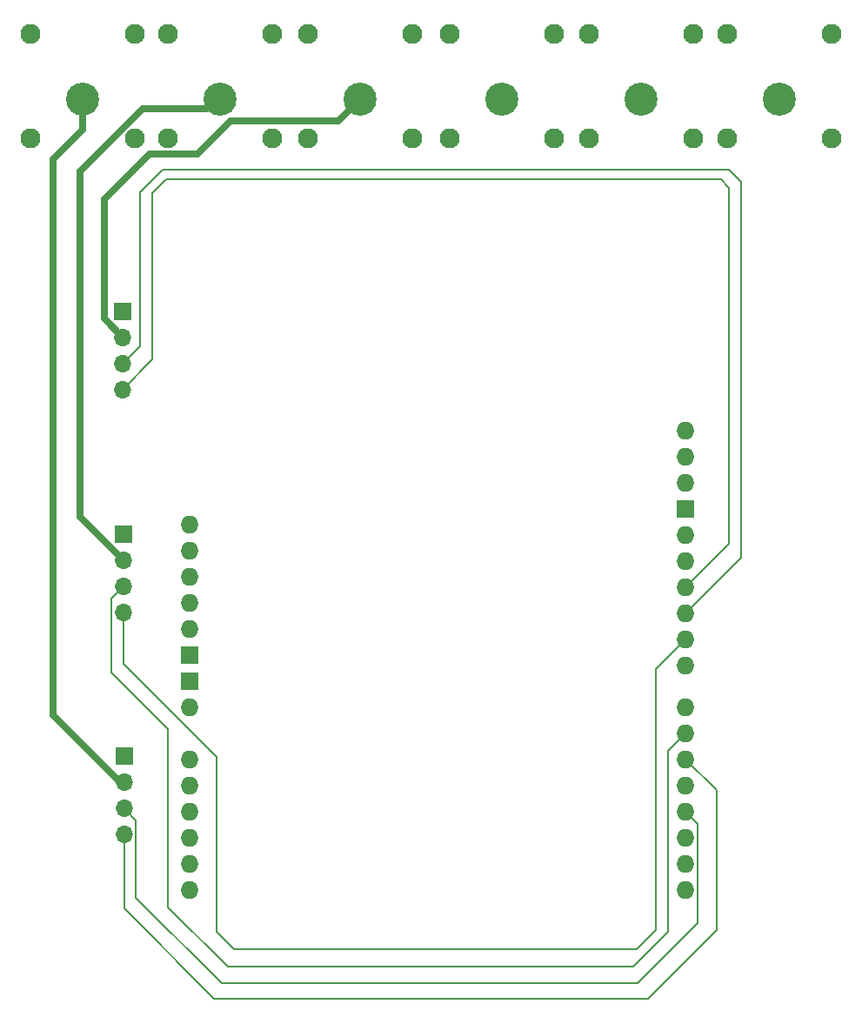
<source format=gbr>
%TF.GenerationSoftware,KiCad,Pcbnew,8.0.5*%
%TF.CreationDate,2025-03-21T11:48:15-04:00*%
%TF.ProjectId,ArduinoRev4Hat,41726475-696e-46f5-9265-76344861742e,rev?*%
%TF.SameCoordinates,Original*%
%TF.FileFunction,Copper,L1,Top*%
%TF.FilePolarity,Positive*%
%FSLAX46Y46*%
G04 Gerber Fmt 4.6, Leading zero omitted, Abs format (unit mm)*
G04 Created by KiCad (PCBNEW 8.0.5) date 2025-03-21 11:48:15*
%MOMM*%
%LPD*%
G01*
G04 APERTURE LIST*
%TA.AperFunction,ComponentPad*%
%ADD10C,3.216000*%
%TD*%
%TA.AperFunction,ComponentPad*%
%ADD11C,1.950000*%
%TD*%
%TA.AperFunction,ComponentPad*%
%ADD12R,1.700000X1.700000*%
%TD*%
%TA.AperFunction,ComponentPad*%
%ADD13O,1.700000X1.700000*%
%TD*%
%TA.AperFunction,ComponentPad*%
%ADD14O,1.727200X1.727200*%
%TD*%
%TA.AperFunction,ComponentPad*%
%ADD15R,1.727200X1.727200*%
%TD*%
%TA.AperFunction,Conductor*%
%ADD16C,0.200000*%
%TD*%
%TA.AperFunction,Conductor*%
%ADD17C,0.700000*%
%TD*%
G04 APERTURE END LIST*
D10*
%TO.P,J7,1,1*%
%TO.N,/VM_Z*%
X128400000Y-47500000D03*
D11*
%TO.P,J7,S1*%
%TO.N,N/C*%
X133480000Y-51300000D03*
%TO.P,J7,S2*%
X123320000Y-51300000D03*
%TO.P,J7,S3*%
X123320000Y-41140000D03*
%TO.P,J7,S4*%
X133480000Y-41140000D03*
%TD*%
D12*
%TO.P,J5,1,Pin_1*%
%TO.N,GND*%
X132300000Y-68100000D03*
D13*
%TO.P,J5,2,Pin_2*%
%TO.N,/VM_X*%
X132300000Y-70640000D03*
%TO.P,J5,3,Pin_3*%
%TO.N,/IN1_X*%
X132300000Y-73180000D03*
%TO.P,J5,4,Pin_4*%
%TO.N,/IN2_X*%
X132300000Y-75720000D03*
%TD*%
D10*
%TO.P,J9,1,1*%
%TO.N,GND*%
X196215000Y-47495000D03*
D11*
%TO.P,J9,S1*%
%TO.N,N/C*%
X201295000Y-51295000D03*
%TO.P,J9,S2*%
X191135000Y-51295000D03*
%TO.P,J9,S3*%
X191135000Y-41135000D03*
%TO.P,J9,S4*%
X201295000Y-41135000D03*
%TD*%
D10*
%TO.P,J10,1,1*%
%TO.N,GND*%
X169215000Y-47495000D03*
D11*
%TO.P,J10,S1*%
%TO.N,N/C*%
X174295000Y-51295000D03*
%TO.P,J10,S2*%
X164135000Y-51295000D03*
%TO.P,J10,S3*%
X164135000Y-41135000D03*
%TO.P,J10,S4*%
X174295000Y-41135000D03*
%TD*%
D12*
%TO.P,J4,1,Pin_1*%
%TO.N,GND*%
X132330000Y-89800000D03*
D13*
%TO.P,J4,2,Pin_2*%
%TO.N,/VM_Y*%
X132330000Y-92340000D03*
%TO.P,J4,3,Pin_3*%
%TO.N,/IN1_Y*%
X132330000Y-94880000D03*
%TO.P,J4,4,Pin_4*%
%TO.N,/IN2_Y*%
X132330000Y-97420000D03*
%TD*%
D10*
%TO.P,J8,1,1*%
%TO.N,/VM_Y*%
X141800000Y-47500000D03*
D11*
%TO.P,J8,S1*%
%TO.N,N/C*%
X146880000Y-51300000D03*
%TO.P,J8,S2*%
X136720000Y-51300000D03*
%TO.P,J8,S3*%
X136720000Y-41140000D03*
%TO.P,J8,S4*%
X146880000Y-41140000D03*
%TD*%
D10*
%TO.P,J11,1,1*%
%TO.N,GND*%
X182715000Y-47495000D03*
D11*
%TO.P,J11,S1*%
%TO.N,N/C*%
X187795000Y-51295000D03*
%TO.P,J11,S2*%
X177635000Y-51295000D03*
%TO.P,J11,S3*%
X177635000Y-41135000D03*
%TO.P,J11,S4*%
X187795000Y-41135000D03*
%TD*%
D10*
%TO.P,J6,1,1*%
%TO.N,/VM_X*%
X155400000Y-47500000D03*
D11*
%TO.P,J6,S1*%
%TO.N,N/C*%
X160480000Y-51300000D03*
%TO.P,J6,S2*%
X150320000Y-51300000D03*
%TO.P,J6,S3*%
X150320000Y-41140000D03*
%TO.P,J6,S4*%
X160480000Y-41140000D03*
%TD*%
D12*
%TO.P,J3,1,Pin_1*%
%TO.N,GND*%
X132430000Y-111400000D03*
D13*
%TO.P,J3,2,Pin_2*%
%TO.N,/VM_Z*%
X132430000Y-113940000D03*
%TO.P,J3,3,Pin_3*%
%TO.N,/IN1_Z*%
X132430000Y-116480000D03*
%TO.P,J3,4,Pin_4*%
%TO.N,/IN2_Z*%
X132430000Y-119020000D03*
%TD*%
D14*
%TO.P,A1,3V3,3.3V*%
%TO.N,unconnected-(A1-3.3V-Pad3V3)*%
X138840000Y-96490000D03*
%TO.P,A1,5V1,5V*%
%TO.N,unconnected-(A1-5V-Pad5V1)*%
X138840000Y-99030000D03*
%TO.P,A1,A0,A0*%
%TO.N,unconnected-(A1-PadA0)*%
X138840000Y-111730000D03*
%TO.P,A1,A1,A1*%
%TO.N,unconnected-(A1-PadA1)*%
X138840000Y-114270000D03*
%TO.P,A1,A2,A2*%
%TO.N,unconnected-(A1-PadA2)*%
X138840000Y-116810000D03*
%TO.P,A1,A3,A3*%
%TO.N,unconnected-(A1-PadA3)*%
X138840000Y-119350000D03*
%TO.P,A1,A4,A4*%
%TO.N,unconnected-(A1-PadA4)*%
X138840000Y-121890000D03*
%TO.P,A1,A5,A5*%
%TO.N,unconnected-(A1-PadA5)*%
X138840000Y-124430000D03*
%TO.P,A1,AREF,AREF*%
%TO.N,unconnected-(A1-PadAREF)*%
X187100000Y-84806000D03*
%TO.P,A1,BOOT,BOOT*%
%TO.N,unconnected-(A1-PadBOOT)*%
X138840000Y-88870000D03*
%TO.P,A1,D0,D0/RX*%
%TO.N,unconnected-(A1-D0{slash}RX-PadD0)*%
X187100000Y-124430000D03*
%TO.P,A1,D1,D1/TX*%
%TO.N,unconnected-(A1-D1{slash}TX-PadD1)*%
X187100000Y-121890000D03*
%TO.P,A1,D2,D2*%
%TO.N,unconnected-(A1-PadD2)*%
X187100000Y-119350000D03*
%TO.P,A1,D3,D3*%
%TO.N,/IN1_Z*%
X187100000Y-116810000D03*
%TO.P,A1,D4,D4*%
%TO.N,unconnected-(A1-PadD4)*%
X187100000Y-114270000D03*
%TO.P,A1,D5,D5*%
%TO.N,/IN2_Z*%
X187100000Y-111730000D03*
%TO.P,A1,D6,D6*%
%TO.N,/IN1_Y*%
X187100000Y-109190000D03*
%TO.P,A1,D7,D7*%
%TO.N,unconnected-(A1-PadD7)*%
X187100000Y-106650000D03*
%TO.P,A1,D8,D8*%
%TO.N,unconnected-(A1-PadD8)*%
X187100000Y-102586000D03*
%TO.P,A1,D9,D9*%
%TO.N,/IN2_Y*%
X187100000Y-100046000D03*
%TO.P,A1,D10,D10*%
%TO.N,/IN1_X*%
X187100000Y-97506000D03*
%TO.P,A1,D11,D11*%
%TO.N,/IN2_X*%
X187100000Y-94966000D03*
%TO.P,A1,D12,D12*%
%TO.N,unconnected-(A1-PadD12)*%
X187100000Y-92426000D03*
%TO.P,A1,D13,D13*%
%TO.N,unconnected-(A1-PadD13)*%
X187100000Y-89886000D03*
D15*
%TO.P,A1,GND1,GND*%
%TO.N,GND*%
X187100000Y-87346000D03*
%TO.P,A1,GND2,GND*%
X138840000Y-101570000D03*
%TO.P,A1,GND3,GND*%
%TO.N,unconnected-(A1-GND-PadGND3)*%
X138840000Y-104110000D03*
D14*
%TO.P,A1,IORF,IOREF*%
%TO.N,unconnected-(A1-IOREF-PadIORF)*%
X138840000Y-91410000D03*
%TO.P,A1,RST1,RESET*%
%TO.N,unconnected-(A1-RESET-PadRST1)*%
X138840000Y-93950000D03*
%TO.P,A1,SCL,SCL*%
%TO.N,unconnected-(A1-PadSCL)*%
X187100000Y-79726000D03*
%TO.P,A1,SDA,SDA*%
%TO.N,unconnected-(A1-PadSDA)*%
X187100000Y-82266000D03*
%TO.P,A1,VIN,VIN*%
%TO.N,unconnected-(A1-PadVIN)*%
X138840000Y-106650000D03*
%TD*%
D16*
%TO.N,/IN2_X*%
X135200000Y-56600000D02*
X135200000Y-72820000D01*
X136500000Y-55300000D02*
X135200000Y-56600000D01*
X191300000Y-90766000D02*
X191300000Y-56100000D01*
X190500000Y-55300000D02*
X136500000Y-55300000D01*
X187100000Y-94966000D02*
X191300000Y-90766000D01*
X135200000Y-72820000D02*
X132300000Y-75720000D01*
X191300000Y-56100000D02*
X190500000Y-55300000D01*
%TO.N,/IN2_Y*%
X184200000Y-102946000D02*
X184200000Y-128300000D01*
X184200000Y-128300000D02*
X182300000Y-130200000D01*
X143100000Y-130200000D02*
X141400000Y-128500000D01*
X141400000Y-128500000D02*
X141400000Y-111500000D01*
X187100000Y-100046000D02*
X184200000Y-102946000D01*
X182300000Y-130200000D02*
X143100000Y-130200000D01*
X141400000Y-111500000D02*
X132330000Y-102430000D01*
X132330000Y-102430000D02*
X132330000Y-97420000D01*
%TO.N,/IN1_X*%
X134000000Y-71480000D02*
X134000000Y-56500000D01*
X192500000Y-55500000D02*
X192500000Y-92106000D01*
X132300000Y-73180000D02*
X134000000Y-71480000D01*
X192500000Y-92106000D02*
X187100000Y-97506000D01*
X136200000Y-54300000D02*
X191300000Y-54300000D01*
X191300000Y-54300000D02*
X192500000Y-55500000D01*
X134000000Y-56500000D02*
X136200000Y-54300000D01*
%TO.N,/IN1_Z*%
X133580000Y-125180000D02*
X133580000Y-117630000D01*
X141900000Y-133500000D02*
X133580000Y-125180000D01*
X133580000Y-117630000D02*
X132430000Y-116480000D01*
X188263600Y-117973600D02*
X188263600Y-127636400D01*
X187100000Y-116810000D02*
X188263600Y-117973600D01*
X182400000Y-133500000D02*
X141900000Y-133500000D01*
X188263600Y-127636400D02*
X182400000Y-133500000D01*
%TO.N,/IN1_Y*%
X142500000Y-131900000D02*
X136700000Y-126100000D01*
X131180000Y-96030000D02*
X132330000Y-94880000D01*
X136700000Y-108800000D02*
X131180000Y-103280000D01*
X185400000Y-128500000D02*
X182000000Y-131900000D01*
X131180000Y-103280000D02*
X131180000Y-96030000D01*
X187100000Y-109190000D02*
X185400000Y-110890000D01*
X136700000Y-126100000D02*
X136700000Y-108800000D01*
X182000000Y-131900000D02*
X142500000Y-131900000D01*
X185400000Y-110890000D02*
X185400000Y-128500000D01*
%TO.N,/IN2_Z*%
X190100000Y-114730000D02*
X190100000Y-128300000D01*
X190100000Y-128300000D02*
X183400000Y-135000000D01*
X187100000Y-111730000D02*
X190100000Y-114730000D01*
X183400000Y-135000000D02*
X141200000Y-135000000D01*
X132430000Y-126230000D02*
X132430000Y-119020000D01*
X141200000Y-135000000D02*
X132430000Y-126230000D01*
D17*
%TO.N,/VM_X*%
X134875000Y-52825000D02*
X130500000Y-57200000D01*
X142751873Y-49600000D02*
X139526873Y-52825000D01*
X155400000Y-47500000D02*
X153300000Y-49600000D01*
X139526873Y-52825000D02*
X134875000Y-52825000D01*
X130500000Y-68840000D02*
X132300000Y-70640000D01*
X153300000Y-49600000D02*
X142751873Y-49600000D01*
X130500000Y-57200000D02*
X130500000Y-68840000D01*
%TO.N,/VM_Y*%
X128100000Y-54500000D02*
X128100000Y-88110000D01*
X141800000Y-47500000D02*
X141325945Y-47500000D01*
X128100000Y-88110000D02*
X132330000Y-92340000D01*
X141325945Y-47500000D02*
X140425945Y-48400000D01*
X140425945Y-48400000D02*
X134200000Y-48400000D01*
X134200000Y-48400000D02*
X128100000Y-54500000D01*
%TO.N,/VM_Z*%
X132040000Y-113940000D02*
X132430000Y-113940000D01*
X128400000Y-50400000D02*
X125500000Y-53300000D01*
X125500000Y-53300000D02*
X125500000Y-107400000D01*
X125500000Y-107400000D02*
X132040000Y-113940000D01*
X128400000Y-47500000D02*
X128400000Y-50400000D01*
%TD*%
M02*

</source>
